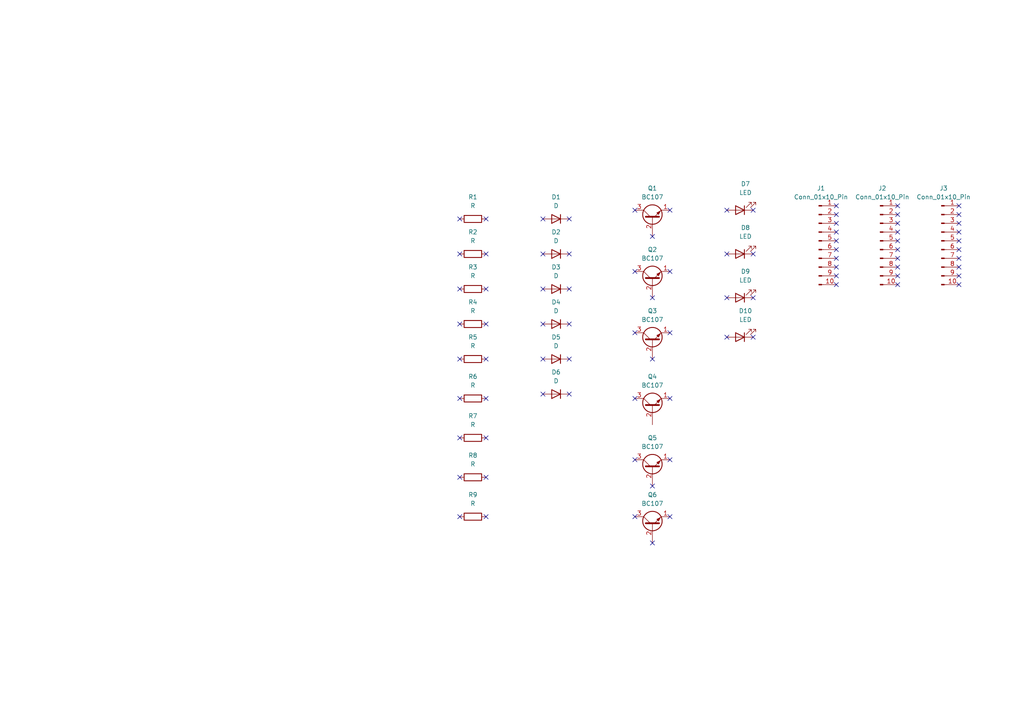
<source format=kicad_sch>
(kicad_sch (version 20231120) (generator "eeschema") (generator_version "8.0")
  (paper "A4")
  (lib_symbols
    (symbol "Connector:Conn_01x10_Pin" (pin_names (offset 1.016) hide)
      (property "Reference" "J" (at 0 12.7 0))
      (property "Value" "Conn_01x10_Pin" (at 0 -15.24 0))
      (symbol "Conn_01x10_Pin_1_1"
        (polyline (pts (xy 1.27 -12.7) (xy 0.8636 -12.7)) (stroke (width 0.1524)))
        (polyline (pts (xy 1.27 -10.16) (xy 0.8636 -10.16)) (stroke (width 0.1524)))
        (polyline (pts (xy 1.27 -7.62) (xy 0.8636 -7.62)) (stroke (width 0.1524)))
        (polyline (pts (xy 1.27 -5.08) (xy 0.8636 -5.08)) (stroke (width 0.1524)))
        (polyline (pts (xy 1.27 -2.54) (xy 0.8636 -2.54)) (stroke (width 0.1524)))
        (polyline (pts (xy 1.27 0) (xy 0.8636 0)) (stroke (width 0.1524)))
        (polyline (pts (xy 1.27 2.54) (xy 0.8636 2.54)) (stroke (width 0.1524)))
        (polyline (pts (xy 1.27 5.08) (xy 0.8636 5.08)) (stroke (width 0.1524)))
        (polyline (pts (xy 1.27 7.62) (xy 0.8636 7.62)) (stroke (width 0.1524)))
        (polyline (pts (xy 1.27 10.16) (xy 0.8636 10.16)) (stroke (width 0.1524)))
        (rectangle (start 0.8636 -12.573) (end 0 -12.827) (stroke (width 0.1524)) (fill (type outline)))
        (rectangle (start 0.8636 -10.033) (end 0 -10.287) (stroke (width 0.1524)) (fill (type outline)))
        (rectangle (start 0.8636 -7.493) (end 0 -7.747) (stroke (width 0.1524)) (fill (type outline)))
        (rectangle (start 0.8636 -4.953) (end 0 -5.207) (stroke (width 0.1524)) (fill (type outline)))
        (rectangle (start 0.8636 -2.413) (end 0 -2.667) (stroke (width 0.1524)) (fill (type outline)))
        (rectangle (start 0.8636 0.127) (end 0 -0.127) (stroke (width 0.1524)) (fill (type outline)))
        (rectangle (start 0.8636 2.667) (end 0 2.413) (stroke (width 0.1524)) (fill (type outline)))
        (rectangle (start 0.8636 5.207) (end 0 4.953) (stroke (width 0.1524)) (fill (type outline)))
        (rectangle (start 0.8636 7.747) (end 0 7.493) (stroke (width 0.1524)) (fill (type outline)))
        (rectangle (start 0.8636 10.287) (end 0 10.033) (stroke (width 0.1524)) (fill (type outline)))
        (pin passive line (at 5.08 10.16 180) (length 3.81) (name "Pin_1") (number "1"))
        (pin passive line (at 5.08 -12.7 180) (length 3.81) (name "Pin_10") (number "10"))
        (pin passive line (at 5.08 7.62 180) (length 3.81) (name "Pin_2") (number "2"))
        (pin passive line (at 5.08 5.08 180) (length 3.81) (name "Pin_3") (number "3"))
        (pin passive line (at 5.08 2.54 180) (length 3.81) (name "Pin_4") (number "4"))
        (pin passive line (at 5.08 0 180) (length 3.81) (name "Pin_5") (number "5"))
        (pin passive line (at 5.08 -2.54 180) (length 3.81) (name "Pin_6") (number "6"))
        (pin passive line (at 5.08 -5.08 180) (length 3.81) (name "Pin_7") (number "7"))
        (pin passive line (at 5.08 -7.62 180) (length 3.81) (name "Pin_8") (number "8"))
        (pin passive line (at 5.08 -10.16 180) (length 3.81) (name "Pin_9") (number "9"))
      )
    )
    (symbol "Device:D" (pin_numbers hide) (pin_names (offset 1.016) hide)
      (property "Reference" "D" (at 0 2.54 0))
      (property "Value" "D" (at 0 -2.54 0))
      (symbol "D_0_1"
        (polyline (pts (xy -1.27 1.27) (xy -1.27 -1.27)) (stroke (width 0.254)))
        (polyline (pts (xy 1.27 0) (xy -1.27 0)))
        (polyline (pts (xy 1.27 1.27) (xy 1.27 -1.27) (xy -1.27 0) (xy 1.27 1.27)) (stroke (width 0.254)))
      )
      (symbol "D_1_1"
        (pin passive line (at -3.81 0 0) (length 2.54) (name "K") (number "1"))
        (pin passive line (at 3.81 0 180) (length 2.54) (name "A") (number "2"))
      )
    )
    (symbol "Device:LED" (pin_numbers hide) (pin_names (offset 1.016) hide)
      (property "Reference" "D" (at 0 2.54 0))
      (property "Value" "LED" (at 0 -2.54 0))
      (symbol "LED_0_1"
        (polyline (pts (xy -1.27 -1.27) (xy -1.27 1.27)) (stroke (width 0.254)))
        (polyline (pts (xy -1.27 0) (xy 1.27 0)))
        (polyline (pts (xy 1.27 -1.27) (xy 1.27 1.27) (xy -1.27 0) (xy 1.27 -1.27)) (stroke (width 0.254)))
        (polyline (pts (xy -3.048 -0.762) (xy -4.572 -2.286) (xy -3.81 -2.286) (xy -4.572 -2.286) (xy -4.572 -1.524)))
        (polyline (pts (xy -1.778 -0.762) (xy -3.302 -2.286) (xy -2.54 -2.286) (xy -3.302 -2.286) (xy -3.302 -1.524)))
      )
      (symbol "LED_1_1"
        (pin passive line (at -3.81 0 0) (length 2.54) (name "K") (number "1"))
        (pin passive line (at 3.81 0 180) (length 2.54) (name "A") (number "2"))
      )
    )
    (symbol "Device:R" (pin_numbers hide) (pin_names (offset 0))
      (property "Reference" "R" (at 2.032 0 90))
      (property "Value" "R" (at 0 0 90))
      (symbol "R_0_1"
        (rectangle (start -1.016 -2.54) (end 1.016 2.54) (stroke (width 0.254)))
      )
      (symbol "R_1_1"
        (pin passive line (at 0 3.81 270) (length 1.27) (name "~") (number "1"))
        (pin passive line (at 0 -3.81 90) (length 1.27) (name "~") (number "2"))
      )
    )
    (symbol "Transistor_BJT:BC107" (pin_names (offset 0) hide)
      (property "Reference" "Q" (at 5.08 1.905 0))
      (property "Value" "BC107" (at 5.08 0 0))
      (symbol "BC107_0_1"
        (polyline (pts (xy 0.635 0.635) (xy 2.54 2.54)))
        (polyline (pts (xy 0.635 -0.635) (xy 2.54 -2.54) (xy 2.54 -2.54)))
        (polyline (pts (xy 0.635 1.905) (xy 0.635 -1.905) (xy 0.635 -1.905)) (stroke (width 0.508)))
        (polyline (pts (xy 1.27 -1.778) (xy 1.778 -1.27) (xy 2.286 -2.286) (xy 1.27 -1.778) (xy 1.27 -1.778)) (fill (type outline)))
        (circle (center 1.27 0) (radius 2.8194) (stroke (width 0.254)))
      )
      (symbol "BC107_1_1"
        (pin passive line (at 2.54 -5.08 90) (length 2.54) (name "E") (number "1"))
        (pin input line (at -5.08 0 0) (length 5.715) (name "B") (number "2"))
        (pin passive line (at 2.54 5.08 270) (length 2.54) (name "C") (number "3"))
      )
    )
  )
  (no_connect (at 242.57 69.85))
  (no_connect (at 140.97 93.98))
  (no_connect (at 278.13 72.39))
  (no_connect (at 140.97 73.66))
  (no_connect (at 242.57 74.93))
  (no_connect (at 165.1 63.5))
  (no_connect (at 140.97 149.86))
  (no_connect (at 157.48 93.98))
  (no_connect (at 278.13 69.85))
  (no_connect (at 189.23 140.97))
  (no_connect (at 133.35 93.98))
  (no_connect (at 218.44 73.66))
  (no_connect (at 165.1 114.3))
  (no_connect (at 157.48 114.3))
  (no_connect (at 278.13 80.01))
  (no_connect (at 194.31 96.52))
  (no_connect (at 242.57 62.23))
  (no_connect (at 189.23 104.14))
  (no_connect (at 133.35 127))
  (no_connect (at 210.82 86.36))
  (no_connect (at 260.35 74.93))
  (no_connect (at 278.13 62.23))
  (no_connect (at 242.57 64.77))
  (no_connect (at 260.35 62.23))
  (no_connect (at 140.97 138.43))
  (no_connect (at 165.1 73.66))
  (no_connect (at 133.35 115.57))
  (no_connect (at 140.97 115.57))
  (no_connect (at 210.82 60.96))
  (no_connect (at 194.31 149.86))
  (no_connect (at 242.57 72.39))
  (no_connect (at 140.97 104.14))
  (no_connect (at 184.15 60.96))
  (no_connect (at 194.31 78.74))
  (no_connect (at 184.15 115.57))
  (no_connect (at 260.35 72.39))
  (no_connect (at 218.44 97.79))
  (no_connect (at 133.35 138.43))
  (no_connect (at 278.13 59.69))
  (no_connect (at 242.57 67.31))
  (no_connect (at 140.97 127))
  (no_connect (at 133.35 83.82))
  (no_connect (at 242.57 59.69))
  (no_connect (at 133.35 104.14))
  (no_connect (at 133.35 149.86))
  (no_connect (at 242.57 77.47))
  (no_connect (at 189.23 157.48))
  (no_connect (at 194.31 115.57))
  (no_connect (at 210.82 97.79))
  (no_connect (at 184.15 149.86))
  (no_connect (at 194.31 133.35))
  (no_connect (at 278.13 82.55))
  (no_connect (at 165.1 104.14))
  (no_connect (at 157.48 83.82))
  (no_connect (at 260.35 69.85))
  (no_connect (at 210.82 73.66))
  (no_connect (at 278.13 77.47))
  (no_connect (at 278.13 74.93))
  (no_connect (at 278.13 67.31))
  (no_connect (at 260.35 77.47))
  (no_connect (at 165.1 83.82))
  (no_connect (at 184.15 78.74))
  (no_connect (at 165.1 93.98))
  (no_connect (at 278.13 64.77))
  (no_connect (at 133.35 63.5))
  (no_connect (at 260.35 64.77))
  (no_connect (at 242.57 80.01))
  (no_connect (at 218.44 86.36))
  (no_connect (at 184.15 133.35))
  (no_connect (at 184.15 96.52))
  (no_connect (at 194.31 60.96))
  (no_connect (at 133.35 73.66))
  (no_connect (at 260.35 59.69))
  (no_connect (at 189.23 68.58))
  (no_connect (at 157.48 63.5))
  (no_connect (at 218.44 60.96))
  (no_connect (at 157.48 104.14))
  (no_connect (at 260.35 82.55))
  (no_connect (at 260.35 67.31))
  (no_connect (at 140.97 63.5))
  (no_connect (at 189.23 86.36))
  (no_connect (at 157.48 73.66))
  (no_connect (at 140.97 83.82))
  (no_connect (at 260.35 80.01))
  (no_connect (at 242.57 82.55))
  (symbol (lib_id "Device:R") (at 137.16 63.5 90) (unit 1)
    (property "Reference" "R1" (at 137.16 57.15 90))
    (property "Value" "R" (at 137.16 59.69 90))
    (property "Footprint" "Resistor_SMD:R_0201_0603Metric" (effects (hide yes)))
    (property "Description" "Resistor" (effects (hide yes)))
  )
  (symbol (lib_id "Connector:Conn_01x10_Pin") (at 273.05 69.85 0) (unit 1)
    (property "Reference" "J3" (at 273.685 54.61 0))
    (property "Value" "Conn_01x10_Pin" (at 273.685 57.15 0))
    (property "Footprint" "Connector_PinHeader_2.00mm:PinHeader_1x10_P2.00mm_Vertical" (effects (hide yes)))
    (property "Description" "Generic connector, single row, 01x10, script generated" (effects (hide yes)))
  )
  (symbol (lib_id "Device:R") (at 137.16 93.98 90) (unit 1)
    (property "Reference" "R4" (at 137.16 87.63 90))
    (property "Value" "R" (at 137.16 90.17 90))
    (property "Footprint" "Resistor_SMD:R_0805_2012Metric" (effects (hide yes)))
    (property "Description" "Resistor" (effects (hide yes)))
  )
  (symbol (lib_id "Device:R") (at 137.16 149.86 90) (unit 1)
    (property "Reference" "R9" (at 137.16 143.51 90))
    (property "Value" "R" (at 137.16 146.05 90))
    (property "Footprint" "Resistor_SMD:R_2512_6332Metric" (effects (hide yes)))
    (property "Description" "Resistor" (effects (hide yes)))
  )
  (symbol (lib_id "Device:R") (at 137.16 138.43 90) (unit 1)
    (property "Reference" "R8" (at 137.16 132.08 90))
    (property "Value" "R" (at 137.16 134.62 90))
    (property "Footprint" "Resistor_SMD:R_2010_5025Metric" (effects (hide yes)))
    (property "Description" "Resistor" (effects (hide yes)))
  )
  (symbol (lib_id "Device:R") (at 137.16 83.82 90) (unit 1)
    (property "Reference" "R3" (at 137.16 77.47 90))
    (property "Value" "R" (at 137.16 80.01 90))
    (property "Footprint" "Resistor_SMD:R_0603_1608Metric" (effects (hide yes)))
    (property "Description" "Resistor" (effects (hide yes)))
  )
  (symbol (lib_id "Device:R") (at 137.16 127 90) (unit 1)
    (property "Reference" "R7" (at 137.16 120.65 90))
    (property "Value" "R" (at 137.16 123.19 90))
    (property "Footprint" "Resistor_SMD:R_1812_4532Metric" (effects (hide yes)))
    (property "Description" "Resistor" (effects (hide yes)))
  )
  (symbol (lib_id "Device:LED") (at 214.63 60.96 180) (unit 1)
    (property "Reference" "D7" (at 216.2175 53.34 0))
    (property "Value" "LED" (at 216.2175 55.88 0))
    (property "Footprint" "LED_SMD:LED_PLCC_2835" (effects (hide yes)))
    (property "Description" "Light emitting diode" (effects (hide yes)))
  )
  (symbol (lib_id "Transistor_BJT:BC107") (at 189.23 81.28 90) (unit 1)
    (property "Reference" "Q2" (at 189.23 72.39 90))
    (property "Value" "BC107" (at 189.23 74.93 90))
    (property "Footprint" "Package_TO_SOT_SMD:SOT-323_SC-70" (effects (hide yes)))
    (property "Datasheet" "http://www.b-kainka.de/Daten/Transistor/BC108.pdf" (effects (hide yes)))
    (property "Description" "0.1A Ic, 50V Vce, Low Noise General Purpose NPN Transistor, TO-18" (effects (hide yes)))
  )
  (symbol (lib_id "Device:D") (at 161.29 63.5 180) (unit 1)
    (property "Reference" "D1" (at 161.29 57.15 0))
    (property "Value" "D" (at 161.29 59.69 0))
    (property "Footprint" "Diode_SMD:D_SMA" (effects (hide yes)))
    (property "Description" "Diode" (effects (hide yes)))
    (property "Sim.Device" "D" (effects (hide yes)))
    (property "Sim.Pins" "1=K 2=A" (effects (hide yes)))
  )
  (symbol (lib_id "Device:D") (at 161.29 114.3 180) (unit 1)
    (property "Reference" "D6" (at 161.29 107.95 0))
    (property "Value" "D" (at 161.29 110.49 0))
    (property "Footprint" "Diode_SMD:D_SOD-123" (effects (hide yes)))
    (property "Description" "Diode" (effects (hide yes)))
    (property "Sim.Device" "D" (effects (hide yes)))
    (property "Sim.Pins" "1=K 2=A" (effects (hide yes)))
  )
  (symbol (lib_id "Device:R") (at 137.16 104.14 90) (unit 1)
    (property "Reference" "R5" (at 137.16 97.79 90))
    (property "Value" "R" (at 137.16 100.33 90))
    (property "Footprint" "Resistor_SMD:R_1206_3216Metric" (effects (hide yes)))
    (property "Description" "Resistor" (effects (hide yes)))
  )
  (symbol (lib_id "Transistor_BJT:BC107") (at 189.23 118.11 90) (unit 1)
    (property "Reference" "Q4" (at 189.23 109.22 90))
    (property "Value" "BC107" (at 189.23 111.76 90))
    (property "Footprint" "Package_TO_SOT_SMD:TO-252-2" (effects (hide yes)))
    (property "Datasheet" "http://www.b-kainka.de/Daten/Transistor/BC108.pdf" (effects (hide yes)))
    (property "Description" "0.1A Ic, 50V Vce, Low Noise General Purpose NPN Transistor, TO-18" (effects (hide yes)))
  )
  (symbol (lib_id "Transistor_BJT:BC107") (at 189.23 63.5 90) (unit 1)
    (property "Reference" "Q1" (at 189.23 54.61 90))
    (property "Value" "BC107" (at 189.23 57.15 90))
    (property "Footprint" "Package_TO_SOT_SMD:TSOT-23" (effects (hide yes)))
    (property "Datasheet" "http://www.b-kainka.de/Daten/Transistor/BC108.pdf" (effects (hide yes)))
    (property "Description" "0.1A Ic, 50V Vce, Low Noise General Purpose NPN Transistor, TO-18" (effects (hide yes)))
  )
  (symbol (lib_id "Transistor_BJT:BC107") (at 189.23 135.89 90) (unit 1)
    (property "Reference" "Q5" (at 189.23 127 90))
    (property "Value" "BC107" (at 189.23 129.54 90))
    (property "Footprint" "Package_TO_SOT_SMD:TO-263-2" (effects (hide yes)))
    (property "Datasheet" "http://www.b-kainka.de/Daten/Transistor/BC108.pdf" (effects (hide yes)))
    (property "Description" "0.1A Ic, 50V Vce, Low Noise General Purpose NPN Transistor, TO-18" (effects (hide yes)))
  )
  (symbol (lib_id "Device:D") (at 161.29 73.66 180) (unit 1)
    (property "Reference" "D2" (at 161.29 67.31 0))
    (property "Value" "D" (at 161.29 69.85 0))
    (property "Footprint" "Diode_SMD:D_SMB" (effects (hide yes)))
    (property "Description" "Diode" (effects (hide yes)))
    (property "Sim.Device" "D" (effects (hide yes)))
    (property "Sim.Pins" "1=K 2=A" (effects (hide yes)))
  )
  (symbol (lib_id "Device:D") (at 161.29 104.14 180) (unit 1)
    (property "Reference" "D5" (at 161.29 97.79 0))
    (property "Value" "D" (at 161.29 100.33 0))
    (property "Footprint" "Diode_SMD:D_SOD-523" (effects (hide yes)))
    (property "Description" "Diode" (effects (hide yes)))
    (property "Sim.Device" "D" (effects (hide yes)))
    (property "Sim.Pins" "1=K 2=A" (effects (hide yes)))
  )
  (symbol (lib_id "Device:LED") (at 214.63 97.79 180) (unit 1)
    (property "Reference" "D10" (at 216.2175 90.17 0))
    (property "Value" "LED" (at 216.2175 92.71 0))
    (property "Footprint" "LED_SMD:LED_SK6812_PLCC4_5.0x5.0mm_P3.2mm" (effects (hide yes)))
    (property "Description" "Light emitting diode" (effects (hide yes)))
  )
  (symbol (lib_id "Connector:Conn_01x10_Pin") (at 255.27 69.85 0) (unit 1)
    (property "Reference" "J2" (at 255.905 54.61 0))
    (property "Value" "Conn_01x10_Pin" (at 255.905 57.15 0))
    (property "Footprint" "Connector_PinHeader_1.27mm:PinHeader_1x10_P1.27mm_Vertical" (effects (hide yes)))
    (property "Description" "Generic connector, single row, 01x10, script generated" (effects (hide yes)))
  )
  (symbol (lib_id "Device:LED") (at 214.63 73.66 180) (unit 1)
    (property "Reference" "D8" (at 216.2175 66.04 0))
    (property "Value" "LED" (at 216.2175 68.58 0))
    (property "Footprint" "LED_SMD:LED_Avago_PLCC4_3.2x2.8mm_CW" (effects (hide yes)))
    (property "Description" "Light emitting diode" (effects (hide yes)))
  )
  (symbol (lib_id "Device:R") (at 137.16 73.66 90) (unit 1)
    (property "Reference" "R2" (at 137.16 67.31 90))
    (property "Value" "R" (at 137.16 69.85 90))
    (property "Footprint" "Resistor_SMD:R_0402_1005Metric" (effects (hide yes)))
    (property "Description" "Resistor" (effects (hide yes)))
  )
  (symbol (lib_id "Transistor_BJT:BC107") (at 189.23 152.4 90) (unit 1)
    (property "Reference" "Q6" (at 189.23 143.51 90))
    (property "Value" "BC107" (at 189.23 146.05 90))
    (property "Footprint" "Package_TO_SOT_SMD:SOT-416" (effects (hide yes)))
    (property "Datasheet" "http://www.b-kainka.de/Daten/Transistor/BC108.pdf" (effects (hide yes)))
    (property "Description" "0.1A Ic, 50V Vce, Low Noise General Purpose NPN Transistor, TO-18" (effects (hide yes)))
  )
  (symbol (lib_id "Device:D") (at 161.29 83.82 180) (unit 1)
    (property "Reference" "D3" (at 161.29 77.47 0))
    (property "Value" "D" (at 161.29 80.01 0))
    (property "Footprint" "Diode_SMD:D_SMC" (effects (hide yes)))
    (property "Description" "Diode" (effects (hide yes)))
    (property "Sim.Device" "D" (effects (hide yes)))
    (property "Sim.Pins" "1=K 2=A" (effects (hide yes)))
  )
  (symbol (lib_id "Device:LED") (at 214.63 86.36 180) (unit 1)
    (property "Reference" "D9" (at 216.2175 78.74 0))
    (property "Value" "LED" (at 216.2175 81.28 0))
    (property "Footprint" "LED_SMD:LED_SK6812MINI_PLCC4_3.5x3.5mm_P1.75mm" (effects (hide yes)))
    (property "Description" "Light emitting diode" (effects (hide yes)))
  )
  (symbol (lib_id "Transistor_BJT:BC107") (at 189.23 99.06 90) (unit 1)
    (property "Reference" "Q3" (at 189.23 90.17 90))
    (property "Value" "BC107" (at 189.23 92.71 90))
    (property "Footprint" "Package_TO_SOT_SMD:SOT-723" (effects (hide yes)))
    (property "Datasheet" "http://www.b-kainka.de/Daten/Transistor/BC108.pdf" (effects (hide yes)))
    (property "Description" "0.1A Ic, 50V Vce, Low Noise General Purpose NPN Transistor, TO-18" (effects (hide yes)))
  )
  (symbol (lib_id "Device:R") (at 137.16 115.57 90) (unit 1)
    (property "Reference" "R6" (at 137.16 109.22 90))
    (property "Value" "R" (at 137.16 111.76 90))
    (property "Footprint" "Resistor_SMD:R_1210_3225Metric" (effects (hide yes)))
    (property "Description" "Resistor" (effects (hide yes)))
  )
  (symbol (lib_id "Connector:Conn_01x10_Pin") (at 237.49 69.85 0) (unit 1)
    (property "Reference" "J1" (at 238.125 54.61 0))
    (property "Value" "Conn_01x10_Pin" (at 238.125 57.15 0))
    (property "Footprint" "Connector_PinHeader_2.54mm:PinHeader_1x10_P2.54mm_Vertical" (effects (hide yes)))
    (property "Description" "Generic connector, single row, 01x10, script generated" (effects (hide yes)))
  )
  (symbol (lib_id "Device:D") (at 161.29 93.98 180) (unit 1)
    (property "Reference" "D4" (at 161.29 87.63 0))
    (property "Value" "D" (at 161.29 90.17 0))
    (property "Footprint" "Diode_SMD:D_SOD-323" (effects (hide yes)))
    (property "Description" "Diode" (effects (hide yes)))
    (property "Sim.Device" "D" (effects (hide yes)))
    (property "Sim.Pins" "1=K 2=A" (effects (hide yes)))
  )
)
</source>
